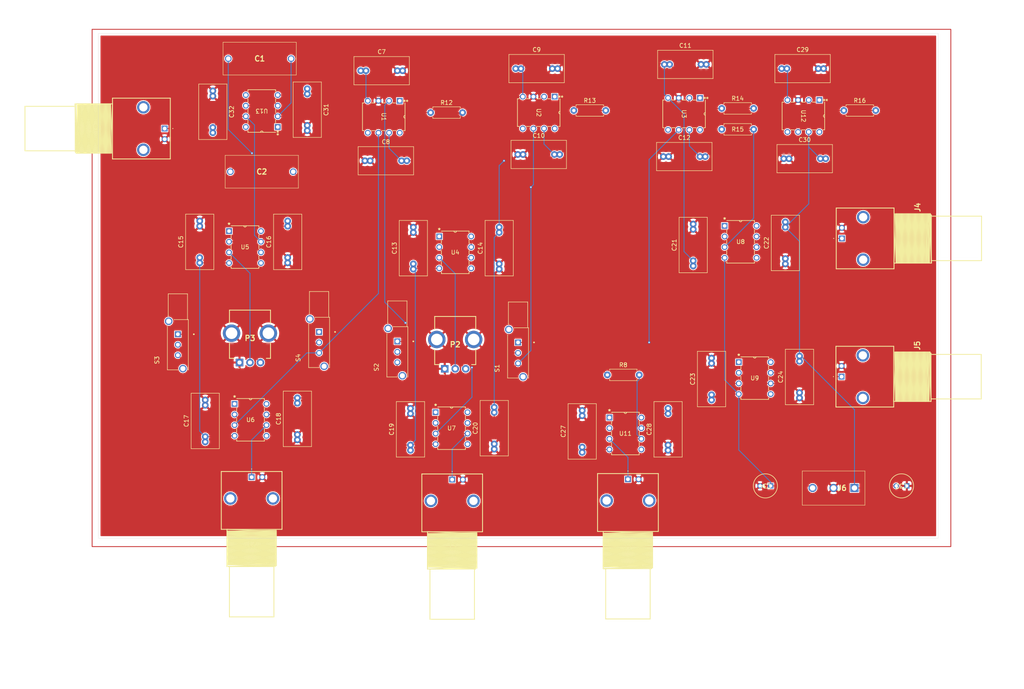
<source format=kicad_pcb>
(kicad_pcb (version 20241229) (generator "pcbnew") (generator_version "9.0")
  (layers (0 "F.Cu" signal) (2 "B.Cu" signal) (13 "F.Paste" user) (15 "B.Paste" user) (5 "F.SilkS" user "F.Silkscreen") (7 "B.SilkS" user "B.Silkscreen") (1 "F.Mask" user) (3 "B.Mask" user) (25 "Edge.Cuts" user))
  (net 0 "")
  (net 1 "Sum")
  (net 2 "V")
  (net 3 "x")
  (net 4 "Net-(U2-IN-)")
  (net 5 "GND")
  (net 6 "-15V")
  (net 7 "+15V")
  (net 10 "Net-(J2-SIGNAL)")
  (net 13 "Net-(J3-SIGNAL)")
  (net 16 "Net-(J4-SIGNAL)")
  (net 19 "Net-(J5-SIGNAL)")
  (net 22 "Net-(J7-SIGNAL)")
  (net 23 "Net-(P2-WIPER)")
  (net 24 "Net-(P2-CW)")
  (net 25 "Net-(P3-WIPER)")
  (net 26 "Net-(P3-CW)")
  (net 27 "VR4")
  (net 29 "Net-(J8-SIGNAL)")
  (net 31 "Net-(U3-IN-)")
  (net 32 "-x")
  (net 33 "Net-(U12-IN-)")
  (net 34 "Net-(U12-OUTPUT)")
  (net 35 "Net-(S1-Pad2)")
  (net 36 "Net-(S3-Pad1)")
  (net 37 "-V")
  (net 48 "Net-(U4-IN-)")
  (net 53 "Net-(U5-IN-)")
  (footprint "Resistor_THT:R_Axial_DIN0207_L6.3mm_D2.5mm_P7.62mm_Horizontal" (layer "F.Cu") (at 189.81 49.38)
    (property "Reference" "R15")
    (property "Value" "10k")
  )
  (footprint "Capacitor_THT:C_Rect_L13.0mm_W6.5mm_P7.50mm_P10.00mm" (layer "F.Cu") (at 176.12 33.88)
    (property "Reference" "C11")
    (property "Value" "0.1uF")
  )
  (footprint "Capacitor_THT:C_Rect_L13.0mm_W6.5mm_P7.50mm_P10.00mm" (layer "F.Cu") (at 205 81.5 90)
    (property "Reference" "C22")
    (property "Value" "0.1uF")
  )
  (footprint "Capacitor_THT:C_Rect_L13.0mm_W6.5mm_P7.50mm_P10.00mm" (layer "F.Cu") (at 177 126 90)
    (property "Reference" "C28")
    (property "Value" "0.1uF")
  )
  (footprint "ECW-FD2W105J:ECWFD2W105J" (layer "F.Cu") (at 87 32.5 180)
    (property "Reference" "C1")
    (property "Value" "1uF" (hide yes))
  )
  (footprint "Capacitor_THT:C_Rect_L13.0mm_W6.5mm_P7.50mm_P10.00mm" (layer "F.Cu") (at 141.12 55.38)
    (property "Reference" "C10")
    (property "Value" "0.1uF")
  )
  (footprint "OPA134:P8" (layer "F.Cu") (at 76.19 41.19 180)
    (property "Reference" "U13")
    (property "Value" "OPA134PA")
  )
  (footprint "OPA134:P8" (layer "F.Cu") (at 129.9925 82.56)
    (property "Reference" "U4")
    (property "Value" "OPA134PA")
  )
  (footprint "Capacitor_THT:C_Rect_L13.0mm_W6.5mm_P7.50mm_P10.00mm" (layer "F.Cu") (at 104.62 56.88)
    (property "Reference" "C8")
    (property "Value" "0.1uF")
  )
  (footprint "Capacitor_THT:C_Rect_L13.0mm_W6.5mm_P7.50mm_P10.00mm" (layer "F.Cu") (at 65.1825 81.25 90)
    (property "Reference" "C15")
    (property "Value" "0.1uF")
  )
  (footprint "Capacitor_THT:C_Rect_L13.0mm_W6.5mm_P7.50mm_P10.00mm" (layer "F.Cu") (at 115.5 126 90)
    (property "Reference" "C19")
    (property "Value" "0.1uF")
  )
  (footprint "031-71052:03171052" (layer "F.Cu") (at 167.42 132.92 180)
    (property "Reference" "J7")
    (property "Value" "031-71052" (hide yes))
  )
  (footprint "Capacitor_THT:C_Rect_L13.0mm_W6.5mm_P7.50mm_P10.00mm" (layer "F.Cu") (at 135.5 125.73 90)
    (property "Reference" "C20")
    (property "Value" "0.1uF")
  )
  (footprint "Capacitor_THT:C_Rect_L13.0mm_W6.5mm_P7.50mm_P10.00mm" (layer "F.Cu") (at 90.86 39.69 -90)
    (property "Reference" "C31")
    (property "Value" "0.1uF")
  )
  (footprint "Capacitor_THT:C_Rect_L13.0mm_W6.5mm_P7.50mm_P10.00mm" (layer "F.Cu") (at 136.6825 82.75 90)
    (property "Reference" "C14")
    (property "Value" "0.1uF")
  )
  (footprint "OPA134:P8" (layer "F.Cu") (at 205.5 50 -90)
    (property "Reference" "U12")
    (property "Value" "OPA134PA")
  )
  (footprint "OPA134:P8" (layer "F.Cu") (at 81.12 122.54)
    (property "Reference" "U6")
    (property "Value" "OPA134PA")
  )
  (footprint "LIB_RK09D113F25C0B504:RK09D113F25C0B504" (layer "F.Cu") (at 123.6825 106.55)
    (property "Reference" "P2")
    (property "Value" "RK09D113F25C0B504" (hide yes))
  )
  (footprint "OPA134:P8" (layer "F.Cu") (at 201.5 112.58)
    (property "Reference" "U9")
    (property "Value" "OPA134PA")
  )
  (footprint "OPA134:P8" (layer "F.Cu") (at 177 49.5 -90)
    (property "Reference" "U3")
    (property "Value" "OPA134PA")
  )
  (footprint "Resistor_THT:R_Axial_DIN0207_L6.3mm_D2.5mm_P7.62mm_Horizontal" (layer "F.Cu") (at 154.5 44.88)
    (property "Reference" "R13")
    (property "Value" "10k")
  )
  (footprint "OPA134:P8" (layer "F.Cu") (at 198.12 80.04)
    (property "Reference" "U8")
    (property "Value" "OPA134PA")
  )
  (footprint "Capacitor_THT:C_Rect_L13.0mm_W6.5mm_P7.50mm_P10.00mm" (layer "F.Cu") (at 116.1825 82.75 90)
    (property "Reference" "C13")
    (property "Value" "0.1uF")
  )
  (footprint "199D106X9016C1V1:CAP_199D-C1_VSS" (layer "F.Cu") (at 232.73 134.5 180)
    (property "Reference" "C33")
    (property "Value" "CAP_199D-C1_VSS")
  )
  (footprint "Capacitor_THT:C_Rect_L13.0mm_W6.5mm_P7.50mm_P10.00mm" (layer "F.Cu") (at 187.38 114 90)
    (property "Reference" "C23")
    (property "Value" "0.1uF")
  )
  (footprint "Capacitor_THT:C_Rect_L13.0mm_W6.5mm_P7.50mm_P10.00mm" (layer "F.Cu") (at 204.12 34.88)
    (property "Reference" "C29")
    (property "Value" "0.1uF")
  )
  (footprint "OPA134:P8" (layer "F.Cu") (at 105.31 50.19 -90)
    (property "Reference" "U1")
    (property "Value" "OPA134PA")
  )
  (footprint "Resistor_THT:R_Axial_DIN0207_L6.3mm_D2.5mm_P7.62mm_Horizontal" (layer "F.Cu") (at 189.81 44.38)
    (property "Reference" "R14")
    (property "Value" "10k")
  )
  (footprint "LC1258EENP:SW_LC1258EENP" (layer "F.Cu") (at 93.6825 100.25 90)
    (property "Reference" "S4")
    (property "Value" "LC1258EENP")
  )
  (footprint "Capacitor_THT:C_Rect_L13.0mm_W6.5mm_P7.50mm_P10.00mm" (layer "F.Cu") (at 103.62 35.38)
    (property "Reference" "C7")
    (property "Value" "0.1uF")
  )
  (footprint "OPA134:P8" (layer "F.Cu") (at 170.62 125.81)
    (property "Reference" "U11")
    (property "Value" "OPA134PA")
  )
  (footprint "031-71052:03171052" (layer "F.Cu") (at 218.5 75.42 -90)
    (property "Reference" "J4")
    (property "Value" "031-71052" (hide yes))
  )
  (footprint "OPA134:P8" (layer "F.Cu") (at 79.8025 81.29)
    (property "Reference" "U5")
    (property "Value" "OPA134PA")
  )
  (footprint "031-71052:03171052" (layer "F.Cu") (at 218.42 108.42 -90)
    (property "Reference" "J5")
    (property "Value" "031-71052" (hide yes))
  )
  (footprint "031-71052:03171052" (layer "F.Cu") (at 125.46 133 180)
    (property "Reference" "J3")
    (property "Value" "031-71052" (hide yes))
  )
  (footprint "Resistor_THT:R_Axial_DIN0207_L6.3mm_D2.5mm_P7.62mm_Horizontal" (layer "F.Cu") (at 218.96 44.88)
    (property "Reference" "R16")
    (property "Value" "10k")
  )
  (footprint "OPA134:P8" (layer "F.Cu") (at 129.12 124.54)
    (property "Reference" "U7")
    (property "Value" "OPA134PA")
  )
  (footprint "Capacitor_THT:C_Rect_L13.0mm_W6.5mm_P7.50mm_P10.00mm" (layer "F.Cu") (at 183 82 90)
    (property "Reference" "C21")
    (property "Value" "0.1uF")
  )
  (footprint "5442183:5442183" (layer "F.Cu") (at 221.5 135 180)
    (property "Reference" "J6")
    (property "Value" "5442183" (hide yes))
  )
  (footprint "Resistor_THT:R_Axial_DIN0207_L6.3mm_D2.5mm_P7.62mm_Horizontal" (layer "F.Cu") (at 120.31 45.38)
    (property "Reference" "R12")
    (property "Value" "1k")
  )
  (footprint "LIB_RK09D113F25C0B504:RK09D113F25C0B504" (layer "F.Cu") (at 74.6825 105.05)
    (property "Reference" "P3")
    (property "Value" "RK09D113F25C0B504" (hide yes))
  )
  (footprint "OPA134:P8" (layer "F.Cu") (at 142.31 49.19 -90)
    (property "Reference" "U2")
    (property "Value" "OPA134PA")
  )
  (footprint "031-71052:03171052" (layer "F.Cu") (at 77.58 132.42 180)
    (property "Reference" "J2")
    (property "Value" "031-71052" (hide yes))
  )
  (footprint "031-71052:03171052" (layer "F.Cu") (at 56.81 49.19 90)
    (property "Reference" "J8")
    (property "Value" "031-71052" (hide yes))
  )
  (footprint "Capacitor_THT:C_Rect_L13.0mm_W6.5mm_P7.50mm_P10.00mm" (layer "F.Cu") (at 156.5 126.5 90)
    (property "Reference" "C27")
    (property "Value" "0.1uF")
  )
  (footprint "Capacitor_THT:C_Rect_L13.0mm_W6.5mm_P7.50mm_P10.00mm" (layer "F.Cu") (at 140.62 34.88)
    (property "Reference" "C9")
    (property "Value" "0.1uF")
  )
  (footprint "Capacitor_THT:C_Rect_L13.0mm_W6.5mm_P7.50mm_P10.00mm" (layer "F.Cu") (at 68.31 40.19 -90)
    (property "Reference" "C32")
    (property "Value" "0.1uF")
  )
  (footprint "Resistor_THT:R_Axial_DIN0207_L6.3mm_D2.5mm_P7.62mm_Horizontal" (layer "F.Cu") (at 162.5 108)
    (property "Reference" "R8")
    (property "Value" "100k")
  )
  (footprint "Capacitor_THT:C_Rect_L13.0mm_W6.5mm_P7.50mm_P10.00mm" (layer "F.Cu") (at 88.5 123.5 90)
    (property "Reference" "C18")
    (property "Value" "0.1uF")
  )
  (footprint "LC1258EENP:SW_LC1258EENP" (layer "F.Cu") (at 59.965 100.8 90)
    (property "Reference" "S3")
    (property "Value" "LC1258EENP")
  )
  (footprint "Capacitor_THT:C_Rect_L13.0mm_W6.5mm_P7.50mm_P10.00mm" (layer "F.Cu") (at 175.87 55.88)
    (property "Reference" "C12")
    (property "Value" "0.1uF")
  )
  (footprint "Capacitor_THT:C_Rect_L13.0mm_W6.5mm_P7.50mm_P10.00mm" (layer "F.Cu") (at 86.1825 81.25 90)
    (property "Reference" "C16")
    (property "Value" "0.1uF")
  )
  (footprint "LC1258EENP:SW_LC1258EENP" (layer "F.Cu") (at 141.1825 102.75 90)
    (property "Reference" "S1")
    (property "Value" "LC1258EENP")
  )
  (footprint "ECW-FD2W105J:ECWFD2W105J" (layer "F.Cu") (at 72.5 59.5)
    (property "Reference" "C2")
    (property "Value" "1uF" (hide yes))
  )
  (footprint "199D106X9016C1V1:CAP_199D-C1_VSS" (layer "F.Cu") (at 200.23 134.5 180)
    (property "Reference" "C34")
    (property "Value" "CAP_199D-C1_VSS")
  )
  (footprint "Capacitor_THT:C_Rect_L13.0mm_W6.5mm_P7.50mm_P10.00mm" (layer "F.Cu") (at 204.62 56.38)
    (property "Reference" "C30")
    (property "Value" "0.1uF")
  )
  (footprint "Capacitor_THT:C_Rect_L13.0mm_W6.5mm_P7.50mm_P10.00mm" (layer "F.Cu") (at 66.5 124 90)
    (property "Reference" "C17")
    (property "Value" "0.1uF")
  )
  (footprint "LC1258EENP:SW_LC1258EENP" (layer "F.Cu") (at 112.365 102.5 90)
    (property "Reference" "S2")
    (property "Value" "LC1258EENP")
  )
  (footprint "Capacitor_THT:C_Rect_L13.0mm_W6.5mm_P7.50mm_P10.00mm" (layer "F.Cu") (at 208.38 113.5 90)
    (property "Reference" "C24")
    (property "Value" "0.1uF")
  )
  (gr_rect (start 39.5 25.5) (end 244.5 149) (stroke (width 0.2)) (fill no) (layer "F.Cu") (net 7))
  (gr_rect (start 41 26.5) (end 241.5 147) (stroke (width 0.05)) (fill no) (layer "Edge.Cuts"))
  (segment (start 106.69 46.27) (end 83.81 46.27) (width 0.2) (layer "F.Cu") (net 1))
  (segment (start 137.7454 101.2557) (end 132.0697 95.58) (width 0.2) (layer "F.Cu") (net 1))
  (segment (start 83.81 46.27) (end 81.27 43.73) (width 0.2) (layer "F.Cu") (net 1))
  (segment (start 162.5 108) (end 155.7557 101.2557) (width 0.2) (layer "F.Cu") (net 1))
  (segment (start 81.27 43.73) (end 76.19 43.73) (width 0.2) (layer "F.Cu") (net 1))
  (segment (start 132.0697 95.58) (end 114.2922 95.58) (width 0.2) (layer "F.Cu") (net 1))
  (segment (start 110.39 42.57) (end 106.69 46.27) (width 0.2) (layer "F.Cu") (net 1))
  (segment (start 155.7557 101.2557) (end 137.7454 101.2557) (width 0.2) (layer "F.Cu") (net 1))
  (via (at 114.2922 95.58) (size 0.6) (drill 0.3) (layers "F.Cu" "B.Cu") (net 1))
  (segment (start 109.3582 43.6018) (end 110.39 42.57) (width 0.2) (layer "B.Cu") (net 1))
  (segment (start 87 32.5) (end 87 43.08) (width 0.2) (layer "B.Cu") (net 1))
  (segment (start 109.3582 90.646) (end 109.3582 43.6018) (width 0.2) (layer "B.Cu") (net 1))
  (segment (start 87 43.08) (end 83.81 46.27) (width 0.2) (layer "B.Cu") (net 1))
  (segment (start 114.2922 95.58) (end 109.3582 90.646) (width 0.2) (layer "B.Cu") (net 1))
  (segment (start 197.43 49.38) (end 196.3283 49.38) (width 0.2) (layer "F.Cu") (net 2))
  (segment (start 126.8283 45.38) (end 123.0121 49.1962) (width 0.2) (layer "F.Cu") (net 2))
  (segment (start 127.93 45.38) (end 126.8283 45.38) (width 0.2) (layer "F.Cu") (net 2))
  (segment (start 196.3283 49.38) (end 195.1487 50.5596) (width 0.2) (layer "F.Cu") (net 2))
  (segment (start 102.9629 55.0771) (end 77.6605 55.0771) (width 0.2) (layer "F.Cu") (net 2))
  (segment (start 123.0121 49.1962) (end 108.8438 49.1962) (width 0.2) (layer "F.Cu") (net 2))
  (segment (start 132.0079 50.5596) (end 126.8283 45.38) (width 0.2) (layer "F.Cu") (net 2))
  (segment (start 195.1487 50.5596) (end 132.0079 50.5596) (width 0.2) (layer "F.Cu") (net 2))
  (segment (start 107.85 50.19) (end 102.9629 55.0771) (width 0.2) (layer "F.Cu") (net 2))
  (segment (start 108.8438 49.1962) (end 107.85 50.19) (width 0.2) (layer "F.Cu") (net 2))
  (via (at 77.6605 55.0771) (size 0.6) (drill 0.3) (layers "F.Cu" "B.Cu") (net 2))
  (segment (start 107.85 88.5825) (end 93.6825 102.75) (width 0.2) (layer "B.Cu") (net 2))
  (segment (start 72 49.4166) (end 72 32.5) (width 0.2) (layer "B.Cu") (net 2))
  (segment (start 73.5 120) (end 90.75 102.75) (width 0.2) (layer "B.Cu") (net 2))
  (segment (start 107.85 50.19) (end 107.85 88.5825) (width 0.2) (layer "B.Cu") (net 2))
  (segment (start 90.75 102.75) (end 93.6825 102.75) (width 0.2) (layer "B.Cu") (net 2))
  (segment (start 77.6605 55.0771) (end 72 49.4166) (width 0.2) (layer "B.Cu") (net 2))
  (segment (start 190.5 77.5) (end 197.43 70.57) (width 0.2) (layer "B.Cu") (net 2))
  (segment (start 197.43 70.57) (end 197.43 49.38) (width 0.2) (layer "B.Cu") (net 2))
  (segment (start 145.9725 110.04) (end 141.1825 105.25) (width 0.2) (layer "F.Cu") (net 3))
  (segment (start 146.04 48) (end 157.8983 48) (width 0.2) (layer "F.Cu") (net 3))
  (segment (start 91.196 63.196) (end 87.5 59.5) (width 0.2) (layer "F.Cu") (net 3))
  (segment (start 193.88 110.04) (end 145.9725 110.04) (width 0.2) (layer "F.Cu") (net 3))
  (segment (start 144.2482 63.196) (end 91.196 63.196) (width 0.2) (layer "F.Cu") (net 3))
  (segment (start 130.1753 106.2377) (end 140.1948 106.2377) (width 0.2) (layer "F.Cu") (net 3))
  (segment (start 157.8983 48) (end 161.0183 44.88) (width 0.2) (layer "F.Cu") (net 3))
  (segment (start 140.1948 106.2377) (end 141.1825 105.25) (width 0.2) (layer "F.Cu") (net 3))
  (segment (start 162.12 44.88) (end 161.0183 44.88) (width 0.2) (layer "F.Cu") (net 3))
  (segment (start 144.85 49.19) (end 146.04 48) (width 0.2) (layer "F.Cu") (net 3))
  (via (at 144.2482 63.196) (size 0.6) (drill 0.3) (layers "F.Cu" "B.Cu") (net 3))
  (via (at 130.1753 106.2377) (size 0.6) (drill 0.3) (layers "F.Cu" "B.Cu") (net 3))
  (segment (start 121.5 122) (end 130.1753 113.3247) (width 0.2) (layer "B.Cu") (net 3))
  (segment (start 144.85 62.5942) (end 144.85 49.19) (width 0.2) (layer "B.Cu") (net 3))
  (segment (start 130.1753 113.3247) (end 130.1753 106.2377) (width 0.2) (layer "B.Cu") (net 3))
  (segment (start 144.2482 102.1843) (end 144.2482 63.196) (width 0.2) (layer "B.Cu") (net 3))
  (segment (start 144.2482 63.196) (end 144.85 62.5942) (width 0.2) (layer "B.Cu") (net 3))
  (segment (start 141.1825 105.25) (end 144.2482 102.1843) (width 0.2) (layer "B.Cu") (net 3))
  (segment (start 120.31 45.38) (end 108.6861 45.38) (width 0.2) (layer "F.Cu") (net 4))
  (segment (start 99.5907 54.4754) (end 77.4114 54.4754) (width 0.2) (layer "F.Cu") (net 4))
  (segment (start 146.116 42.844) (end 122.846 42.844) (width 0.2) (layer "F.Cu") (net 4))
  (segment (start 72.5 59.3868) (end 72.5 59.5) (width 0.2) (layer "F.Cu") (net 4))
  (segment (start 77.4114 54.4754) (end 72.5 59.3868) (width 0.2) (layer "F.Cu") (net 4))
  (segment (start 147.39 41.57) (end 146.116 42.844) (width 0.2) (layer "F.Cu") (net 4))
  (segment (start 122.846 42.844) (end 120.31 45.38) (width 0.2) (layer "F.Cu") (net 4))
  (segment (start 108.6861 45.38) (end 99.5907 54.4754) (width 0.2) (layer "F.Cu") (net 4))
  (segment (start 140.62 34.88) (end 141.87 34.88) (width 0.2) (layer "F.Cu") (net 6))
  (segment (start 201.5 134.5) (end 200.5633 134.5) (width 0.2) (layer "F.Cu") (net 6))
  (segment (start 154.5749 123.3249) (end 122.7151 123.3249) (width 0.2) (layer "F.Cu") (net 6))
  (segment (start 197.7316 131.6683) (end 200.5633 134.5) (width 0.2) (layer "F.Cu") (net 6))
  (segment (start 175.9495 33.7095) (end 176.12 33.88) (width 0.2) (layer "F.Cu") (net 6))
  (segment (start 193.88 112.58) (end 188.8 112.58) (width 0.2) (layer "F.Cu") (net 6))
  (segment (start 72.4851 122.75) (end 72.4851 122.9827) (width 0.2) (layer "F.Cu") (net 6))
  (segment (start 122.3725 82.56) (end 116.3725 82.56) (width 0.2) (layer "F.Cu") (net 6))
  (segment (start 87.21 41.19) (end 104.93 41.19) (width 0.2) (layer "F.Cu") (net 6))
  (segment (start 105.31 41.57) (end 142.31 41.57) (width 0.2) (layer "F.Cu") (net 6))
  (segment (start 74.2524 124.75) (end 115.5 124.75) (width 0.2) (layer "F.Cu") (net 6))
  (segment (start 163 125.81) (end 168.8583 131.6683) (width 0.2) (layer "F.Cu") (net 6))
  (segment (start 90.61 41.19) (end 90.86 40.94) (width 0.2) (layer "F.Cu") (net 6))
  (segment (start 156.5 126.5) (end 157.19 125.81) (width 0.2) (layer "F.Cu") (net 6))
  (segment (start 122.7151 123.3249) (end 121.5 124.54) (width 0.2) (layer "F.Cu") (net 6))
  (segment (start 143.0405 33.7095) (end 175.9495 33.7095) (width 0.2) (layer "F.Cu") (net 6))
  (segment (start 201.5 134.5) (end 211 134.5) (width 0.2) (layer "F.Cu") (net 6))
  (segment (start 121.5 124.54) (end 115.71 124.54) (width 0.2) (layer "F.Cu") (net 6))
  (segment (start 204.12 34.88) (end 205.37 34.88) (width 0.2) (layer "F.Cu") (net 6))
  (segment (start 83.81 41.19) (end 87.21 41.19) (width 0.2) (layer "F.Cu") (net 6))
  (segment (start 157.19 125.81) (end 163 125.81) (width 0.2) (layer "F.Cu") (net 6))
  (segment (start 204.12 34.88) (end 203.9721 35.0279) (width 0.2) (layer "F.Cu") (net 6))
  (segment (start 103.62 35.38) (end 104.87 35.38) (width 0.2) (layer "F.Cu") (net 6))
  (segment (start 87.21 41.19) (end 90.61 41.19) (width 0.2) (layer "F.Cu") (net 6))
  (segment (start 188.8 112.58) (end 187.38 114) (width 0.2) (layer "F.Cu") (net 6))
  (segment (start 65.1825 81.25) (end 72.1425 81.25) (width 0.2) (layer "F.Cu") (net 6))
  (segment (start 72.6951 122.54) (end 72.4851 122.75) (width 0.2) (layer "F.Cu") (net 6))
  (segment (start 141.87 34.88) (end 143.0405 33.7095) (width 0.2) (layer "F.Cu") (net 6))
  (segment (start 211 134.5) (end 211.5 135) (width 0.2) (layer "F.Cu") (net 6))
  (segment (start 72.1425 81.25) (end 72.1825 81.29) (width 0.2) (layer "F.Cu") (net 6))
  (segment (start 203.9721 35.0279) (end 178.5179 35.0279) (width 0.2) (layer "F.Cu") (net 6))
  (segment (start 104.93 41.19) (end 105.31 41.57) (width 0.2) (layer "F.Cu") (net 6))
  (segment (start 156.5 125.25) (end 154.5749 123.3249) (width 0.2) (layer "F.Cu") (net 6))
  (segment (start 190.5 80.04) (end 183.71 80.04) (width 0.2) (layer "F.Cu") (net 6))
  (segment (start 177.37 33.88) (end 176.12 33.88) (width 0.2) (layer "F.Cu") (net 6))
  (segment (start 183.71 80.04) (end 183 80.75) (width 0.2) (layer "F.Cu") (net 6))
  (segment (start 115.71 124.54) (end 115.5 124.75) (width 0.2) (layer "F.Cu") (net 6))
  (segment (start 105.31 41.57) (end 105.31 42.57) (width 0.2) (layer "F.Cu") (net 6))
  (segment (start 72.4851 122.9827) (end 74.2524 124.75) (width 0.2) (layer "F.Cu") (net 6))
  (segment (start 116.3725 82.56) (end 116.1825 82.75) (width 0.2) (layer "F.Cu") (net 6))
  (segment (start 73.5 122.54) (end 72.6951 122.54) (width 0.2) (layer "F.Cu") (net 6))
  (segment (start 178.5179 35.0279) (end 177.37 33.88) (width 0.2) (layer "F.Cu") (net 6))
  (segment (start 66.5 122.75) (end 72.4851 122.75) (width 0.2) (layer "F.Cu") (net 6))
  (segment (start 168.8583 131.6683) (end 197.7316 131.6683) (width 0.2) (layer "F.Cu") (net 6))
  (segment (start 65.1825 80) (end 65.1825 81.25) (width 0.2) (layer "B.Cu") (net 6))
  (segment (start 205.5 42.38) (end 205.5 35.01) (width 0.2) (layer "B.Cu") (net 6))
  (segment (start 90.86 40.94) (end 90.86 39.69) (width 0.2) (layer "B.Cu") (net 6))
  (segment (start 142.31 41.57) (end 142.31 35.32) (width 0.2) (layer "B.Cu") (net 6))
  (segment (start 205.5 35.01) (end 205.37 34.88) (width 0.2) (layer "B.Cu") (net 6))
  (segment (start 156.5 126.5) (end 156.5 125.25) (width 0.2) (layer "B.Cu") (net 6))
  (segment (start 201.5 134.5) (end 201.5 133.5633) (width 0.2) (layer "B.Cu") (net 6))
  (segment (start 187.38 114) (end 187.38 112.75) (width 0.2) (layer "B.Cu") (net 6))
  (segment (start 177 41.88) (end 176.12 41) (width 0.2) (layer "B.Cu") (net 6))
  (segment (start 65.1825 121.4325) (end 66.5 122.75) (width 0.2) (layer "B.Cu") (net 6))
  (segment (start 66.5 124) (end 66.5 122.75) (width 0.2) (layer "B.Cu") (net 6))
  (segment (start 180.8101 45.6901) (end 177 41.88) (width 0.2) (layer "B.Cu") (net 6))
  (segment (start 183 80.75) (end 180.8101 78.5601) (width 0.2) (layer "B.Cu") (net 6))
  (segment (start 116.1825 82.75) (end 116.1825 81.5) (width 0.2) (layer "B.Cu") (net 6))
  (segment (start 105.31 42.57) (end 104.87 42.13) (width 0.2) (layer "B.Cu") (net 6))
  (segment (start 190.5 109.2) (end 193.88 112.58) (width 0.2) (layer "B.Cu") (net 6))
  (segment (start 180.8101 78.5601) (end 180.8101 45.6901) (width 0.2) (layer "B.Cu") (net 6))
  (segment (start 142.31 35.32) (end 141.87 34.88) (width 0.2) (layer "B.Cu") (net 6))
  (segment (start 116.6563 83.2238) (end 116.6563 123.5937) (width 0.2) (layer "B.Cu") (net 6))
  (segment (start 115.5 126) (end 115.5 124.75) (width 0.2) (layer "B.Cu") (net 6))
  (segment (start 176.12 41) (end 176.12 33.88) (width 0.2) (layer "B.Cu") (net 6))
  (segment (start 201.5 133.5633) (end 193.88 125.9433) (width 0.2) (layer "B.Cu") (net 6))
  (segment (start 190.5 80.04) (end 190.5 109.2) (width 0.2) (layer "B.Cu") (net 6))
  (segment (start 193.88 125.9433) (end 193.88 112.58) (width 0.2) (layer "B.Cu") (net 6))
  (segment (start 183 82) (end 183 80.75) (width 0.2) (layer "B.Cu") (net 6))
  (segment (start 65.1825 81.25) (end 65.1825 121.4325) (width 0.2) (layer "B.Cu") (net 6))
  (segment (start 116.1825 82.75) (end 116.6563 83.2238) (width 0.2) (layer "B.Cu") (net 6))
  (segment (start 104.87 42.13) (end 104.87 35.38) (width 0.2) (layer "B.Cu") (net 6))
  (segment (start 116.6563 123.5937) (end 115.5 124.75) (width 0.2) (layer "B.Cu") (net 6))
  (segment (start 133.27 113.5) (end 135.5 115.73) (width 0.2) (layer "F.Cu") (net 7))
  (segment (start 169.1079 119.2179) (end 170.62 120.73) (width 0.2) (layer "F.Cu") (net 7))
  (segment (start 134.4725 76.21) (end 129.9925 76.21) (width 0.2) (layer "F.Cu") (net 7))
  (segment (start 112.365 105) (end 112.2989 105.0661) (width 0.2) (layer "F.Cu") (net 7))
  (segment (start 151.12 55.38) (end 151.7952 54.7048) (width 0.2) (layer "F.Cu") (net 7))
  (segment (start 83.5125 72.5) (end 86.1825 72.5) (width 0.2) (layer "F.Cu") (net 7))
  (segment (start 184.62 55.88) (end 185.87 55.88) (width 0.2) (layer "F.Cu") (net 7))
  (segment (start 198.12 74.96) (end 202.79 74.96) (width 0.2) (layer "F.Cu") (net 7))
  (segment (start 70.98 46.27) (end 68.31 48.94) (width 0.2) (layer "F.Cu") (net 7))
  (segment (start 81.12 117.46) (end 85.79 117.46) (width 0.2) (layer "F.Cu") (net 7))
  (segment (start 112.2989 113.5) (end 88.5 113.5) (width 0.2) (layer "F.Cu") (net 7))
  (segment (start 70.165 113.5) (end 59.965 103.3) (width 0.2) (layer "F.Cu") (net 7))
  (segment (start 202.79 74.96) (end 205 72.75) (width 0.2) (layer "F.Cu") (net 7))
  (segment (start 112.2989 113.5) (end 133.27 113.5) (width 0.2) (layer "F.Cu") (net 7))
  (segment (start 85.79 117.46) (end 88.5 114.75) (width 0.2) (layer "F.Cu") (net 7))
  (segment (start 151.7952 54.7048) (end 183.4448 54.7048) (width 0.2) (layer "F.Cu") (net 7))
  (segment (start 135.5 119.2179) (end 135.5 116.98) (width 0.2) (layer "F.Cu") (net 7))
  (segment (start 112.2989 105.0661) (end 112.2989 113.5) (width 0.2) (layer "F.Cu") (net 7))
  (segment (start 137.829 56.88) (end 148.37 56.88) (width 0.2) (layer "F.Cu") (net 7))
  (segment (start 113.37 56.88) (end 114.62 56.88) (width 0.2) (layer "F.Cu") (net 7))
  (segment (start 201.5 107.5) (end 205.63 107.5) (width 0.2) (layer "F.Cu") (net 7))
  (segment (start 170.62 120.73) (end 174.1 117.25) (width 0.2) (layer "F.Cu") (net 7))
  (segment (start 135.2579 119.46) (end 135.5 119.2179) (width 0.2) (layer "F.Cu") (net 7))
  (segment (start 79.8025 76.21) (end 83.5125 72.5) (width 0.2) (layer "F.Cu") (net 7))
  (segment (start 231.46 134.5) (end 223.2767 134.5) (width 0.2) (layer "F.Cu") (net 7))
  (segment (start 114.62 56.88) (end 137.829 56.88) (width 0.2) (layer "F.Cu") (net 7))
  (segment (start 221.5 135) (end 222.7767 135) (width 0.2) (layer "F.Cu") (net 7))
  (segment (start 185.87 55.88) (end 186.4764 55.2736) (width 0.2) (layer "F.Cu") (net 7))
  (segment (start 129.9925 77.48) (end 129.9925 76.21) (width 0.2) (layer "F.Cu") (net 7))
  (segment (start 88.5 113.5) (end 70.165 113.5) (width 0.2) (layer "F.Cu") (net 7))
  (segment (start 186.4764 55.2736) (end 212.2636 55.2736) (width 0.2) (layer "F.Cu") (net 7))
  (segment (start 89.8925 76.21) (end 86.1825 72.5) (width 0.2) (layer "F.Cu") (net 7))
  (segment (start 213.37 56.38) (end 214.62 56.38) (width 0.2) (layer "F.Cu") (net 7))
  (segment (start 223.2767 134.5) (end 222.7767 135) (width 0.2) (layer "F.Cu") (net 7))
  (segment (start 148.37 56.88) (end 149.87 55.38) (width 0.2) (layer "F.Cu") (net 7))
  (segment (start 149.87 55.38) (end 151.12 55.38) (width 0.2) (layer "F.Cu") (net 7))
  (segment (start 129.9925 76.21) (end 89.8925 76.21) (width 0.2) (layer "F.Cu") (net 7))
  (segment (start 212.2636 55.2736) (end 213.37 56.38) (width 0.2) (layer "F.Cu") (net 7))
  (segment (start 135.5 119.2179) (end 169.1079 119.2179) (width 0.2) (layer "F.Cu") (net 7))
  (segment (start 174.1 117.25) (end 177 117.25) (width 0.2) (layer "F.Cu") (net 7))
  (segment (start 183.4448 54.7048) (end 184.62 55.88) (width 0.2) (layer "F.Cu") (net 7))
  (segment (start 76.19 46.27) (end 70.98 46.27) (width 0.2) (layer "F.Cu") (net 7))
  (segment (start 205.63 107.5) (end 208.38 104.75) (width 0.2) (layer "F.Cu") (net 7))
  (segment (start 136.6825 74) (end 134.4725 76.21) (width 0.2) (layer "F.Cu") (net 7))
  (segment (start 129.12 119.46) (end 135.2579 119.46) (width 0.2) (layer "F.Cu") (net 7))
  (via (at 137.829 56.88) (size 0.6) (drill 0.3) (layers "F.Cu" "B.Cu") (net 7))
  (segment (start 182.08 53.34) (end 184.62 55.88) (width 0.2) (layer "B.Cu") (net 7))
  (segment (start 177 117.25) (end 177 116) (width 0.2) (layer "B.Cu") (net 7))
  (segment (start 221.5 116.3106) (end 208.6894 103.5) (width 0.2) (layer "B.Cu") (net 7))
  (segment (start 78.2622 48.3422) (end 76.19 46.27) (width 0.2) (layer "B.Cu") (net 7))
  (segment (start 88.5 114.75) (end 88.5 113.5) (width 0.2) (layer "B.Cu") (net 7))
  (segment (start 135.5 116.98) (end 135.5 115.73) (width 0.2) (layer "B.Cu") (net 7))
  (segment (start 136.6825 74) (end 135.5 75.1825) (width 0.2) (layer "B.Cu") (net 7))
  (segment (start 136.6825 72.75) (end 136.6825 74) (width 0.2) (layer "B.Cu") (net 7))
  (segment (start 110.39 50.19) (end 110.39 53.9) (width 0.2) (layer "B.Cu") (net 7))
  (segment (start 110.39 53.9) (end 113.37 56.88) (width 0.2) (layer "B.Cu") (net 7))
  (segment (start 208.6894 103.5) (end 208.38 103.5) (width 0.2) (layer "B.Cu") (net 7))
  (segment (start 205 72.75) (end 205 71.5) (width 0.2) (layer "B.Cu") (net 7))
  (segment (start 210.58 53.59) (end 210.58 67.17) (width 0.2) (layer "B.Cu") (net 7))
  (segment (start 182.08 49.5) (end 182.08 53.34) (width 0.2) (layer "B.Cu") (net 7))
  (segment (start 136.6825 72.75) (end 136.6825 58.0265) (width 0.2) (layer "B.Cu") (net 7))
  (segment (start 79.8025 76.21) (end 78.2622 74.6697) (width 0.2) (layer "B.Cu") (net 7))
  (segment (start 135.5 75.1825) (end 135.5 115.73) (width 0.2) (layer "B.Cu") (net 7))
  (segment (start 147.39 49.19) (end 147.39 52.9) (width 0.2) (layer "B.Cu") (net 7))
  (segment (start 210.58 67.17) (end 205 72.75) (width 0.2) (layer "B.Cu") (net 7))
  (segment (start 136.6825 58.0265) (end 137.829 56.88) (width 0.2) (layer "B.Cu") (net 7))
  (segment (start 210.58 53.59) (end 213.37 56.38) (width 0.2) (layer "B.Cu") (net 7))
  (segment (start 208.38 76.13) (end 205 72.75) (width 0.2) (layer "B.Cu") (net 7))
  (segment (start 147.39 52.9) (end 149.87 55.38) (width 0.2) (layer "B.Cu") (net 7))
  (segment (start 78.2622 74.6697) (end 78.2622 48.3422) (width 0.2) (layer "B.Cu") (net 7))
  (segment (start 208.38 103.5) (end 208.38 76.13) (width 0.2) (layer "B.Cu") (net 7))
  (segment (start 68.31 50.19) (end 68.31 48.94) (width 0.2) (layer "B.Cu") (net 7))
  (segment (start 208.38 104.75) (end 208.38 103.5) (width 0.2) (layer "B.Cu") (net 7))
  (segment (start 221.5 135) (end 221.5 116.3106) (width 0.2) (layer "B.Cu") (net 7))
  (segment (start 86.1825 72.5) (end 86.1825 71.25) (width 0.2) (layer "B.Cu") (net 7))
  (segment (start 210.58 50) (end 210.58 53.59) (width 0.2) (layer "B.Cu") (net 7))
  (segment (start 76.04 120) (end 81.12 120) (width 0.2) (layer "F.Cu") (net 10))
  (segment (start 73.5 117.46) (end 76.04 120) (width 0.2) (layer "F.Cu") (net 10))
  (segment (start 77.58 132.42) (end 77.58 123.54) (width 0.2) (layer "B.Cu") (net 10))
  (segment (start 77.58 123.54) (end 81.12 120) (width 0.2) (layer "B.Cu") (net 10))
  (segment (start 124.04 122) (end 129.12 122) (width 0.2) (layer "F.Cu") (net 13))
  (segment (start 121.5 119.46) (end 124.04 122) (width 0.2) (layer "F.Cu") (net 13))
  (segment (start 125.46 133) (end 125.46 125.66) (width 0.2) (layer "B.Cu") (net 13))
  (segment (start 125.46 125.66) (end 129.12 122) (width 0.2) (layer "B.Cu") (net 13))
  (segment (start 218.5 75.42) (end 200.2 75.42) (width 0.2) (layer "F.Cu") (net 16))
  (segment (start 200.2 75.42) (end 198.12 77.5) (width 0.2) (layer "F.Cu") (net 16))
  (segment (start 193.04 77.5) (end 198.12 77.5) (width 0.2) (layer "F.Cu") (net 16))
  (segment (start 190.5 74.96) (end 193.04 77.5) (width 0.2) (layer "F.Cu") (net 16))
  (segment (start 218.42 108.42) (end 217.4183 108.42) (width 0.2) (layer "F.Cu") (net 19))
  (segment (start 215.7983 110.04) (end 201.5 110.04) (width 0.2) (layer "F.Cu") (net 19))
  (segment (start 193.88 107.5) (end 196.42 110.04) (width 0.2) (layer "F.Cu") (net 19))
  (segment (start 196.42 110.04) (end 201.5 110.04) (width 0.2) (layer "F.Cu") (net 19))
  (segment (start 217.4183 108.42) (end 215.7983 110.04) (width 0.2) (layer "F.Cu") (net 19))
  (segment (start 167.42 127.69) (end 163 123.27) (width 0.2) (layer "B.Cu") (net 22))
  (segment (start 167.42 132.92) (end 167.42 127.69) (width 0.2) (layer "B.Cu") (net 22))
  (segment (start 126.1825 83.83) (end 122.3725 80.02) (width 0.2) (layer "B.Cu") (net 23))
  (segment (start 126.1825 106.55) (end 126.1825 83.83) (width 0.2) (layer "B.Cu") (net 23))
  (segment (start 112.365 102.5) (end 114.4079 104.5429) (width 0.2) (layer "F.Cu") (net 24))
  (segment (start 114.4079 104.5429) (end 126.6754 104.5429) (width 0.2) (layer "F.Cu") (net 24))
  (segment (start 126.6754 104.5429) (end 128.6825 106.55) (width 0.2) (layer "F.Cu") (net 24))
  (segment (start 72.1825 78.75) (end 77.1825 83.75) (width 0.2) (layer "B.Cu") (net 25))
  (segment (start 77.1825 83.75) (end 77.1825 105.05) (width 0.2) (layer "B.Cu") (net 25))
  (segment (start 61.4608 102.2958) (end 59.965 100.8) (width 0.2) (layer "F.Cu") (net 26))
  (segment (start 76.9283 102.2958) (end 61.4608 102.2958) (width 0.2) (layer "F.Cu") (net 26))
  (segment (start 79.6825 105.05) (end 76.9283 102.2958) (width 0.2) (layer "F.Cu") (net 26))
  (segment (start 165.54 123.27) (end 170.62 123.27) (width 0.2) (layer "F.Cu") (net 27))
  (segment (start 163 120.73) (end 165.54 123.27) (width 0.2) (layer "F.Cu") (net 27))
  (segment (start 169.6105 109.6112) (end 170.12 109.1017) (width 0.2) (layer "B.Cu") (net 27))
  (segment (start 170.62 123.27) (end 169.6105 122.2605) (width 0.2) (layer "B.Cu") (net 27))
  (segment (start 170.12 108) (end 170.12 109.1017) (width 0.2) (layer "B.Cu") (net 27))
  (segment (start 169.6105 122.2605) (end 169.6105 109.6112) (width 0.2) (layer "B.Cu") (net 27))
  (segment (start 64.3128 42.6889) (end 57.8117 49.19) (width 0.2) (layer "F.Cu") (net 29))
  (segment (start 83.81 43.73) (end 82.7689 42.6889) (width 0.2) (layer "F.Cu") (net 29))
  (segment (start 82.7689 42.6889) (end 64.3128 42.6889) (width 0.2) (layer "F.Cu") (net 29))
  (segment (start 56.81 49.19) (end 57.8117 49.19) (width 0.2) (layer "F.Cu") (net 29))
  (segment (start 196.3283 44.38) (end 194.8158 42.8675) (width 0.2) (layer "F.Cu") (net 31))
  (segment (start 194.8158 42.8675) (end 182.08 42.8675) (width 0.2) (layer "F.Cu") (net 31))
  (segment (start 182.08 42.8675) (end 156.5125 42.8675) (width 0.2) (layer "F.Cu") (net 31))
  (segment (start 156.5125 42.8675) (end 154.5 44.88) (width 0.2) (layer "F.Cu") (net 31))
  (segment (start 182.08 41.88) (end 182.08 42.8675) (width 0.2) (layer "F.Cu") (net 31))
  (segment (start 197.43 44.38) (end 196.3283 44.38) (width 0.2) (layer "F.Cu") (net 31))
  (segment (start 184.66 44.38) (end 189.81 44.38) (width 0.2) (layer "F.Cu") (net 32))
  (segment (start 141.1825 100.25) (end 172.4782 100.25) (width 0.2) (layer "F.Cu") (net 32))
  (segment (start 179.54 49.5) (end 184.66 44.38) (width 0.2) (layer "F.Cu") (net 32))
  (via (at 172.4782 100.25) (size 0.6) (drill 0.3) (layers "F.Cu" "B.Cu") (net 32))
  (segment (start 179.54 49.5) (end 172.4782 56.5618) (width 0.2) (layer "B.Cu") (net 32))
  (segment (start 172.4782 56.5618) (end 172.4782 100.25) (width 0.2) (layer "B.Cu") (net 32))
  (segment (start 192.31 46.88) (end 189.81 49.38) (width 0.2) (layer "F.Cu") (net 33))
  (segment (start 223.9658 43.3675) (end 211.5675 43.3675) (width 0.2) (layer "F.Cu") (net 33))
  (segment (start 206.08 46.88) (end 192.31 46.88) (width 0.2) (layer "F.Cu") (net 33))
  (segment (start 225.4783 44.88) (end 223.9658 43.3675) (width 0.2) (layer "F.Cu") (net 33))
  (segment (start 211.5675 43.3675) (end 210.58 42.38) (width 0.2) (layer "F.Cu") (net 33))
  (segment (start 226.58 44.88) (end 225.4783 44.88) (width 0.2) (layer "F.Cu") (net 33))
  (segment (start 210.58 42.38) (end 206.08 46.88) (width 0.2) (layer "F.Cu") (net 33))
  (segment (start 208.04 50) (end 213.16 44.88) (width 0.2) (layer "F.Cu") (net 34))
  (segment (start 213.16 44.88) (end 218.96 44.88) (width 0.2) (layer "F.Cu") (net 34))
  (segment (start 116.1207 102.75) (end 141.1825 102.75) (width 0.2) (layer "F.Cu") (net 35))
  (segment (start 112.365 100) (end 113.3707 100) (width 0.2) (layer "F.Cu") (net 35))
  (segment (start 113.3707 100) (end 116.1207 102.75) (width 0.2) (layer "F.Cu") (net 35))
  (segment (start 60.9707 98.3) (end 63.1077 100.437) (width 0.2) (layer "F.Cu") (net 36))
  (segment (start 93.4955 100.437) (end 93.6825 100.25) (width 0.2) (layer "F.Cu") (net 36))
  (segment (start 59.965 98.3) (end 60.9707 98.3) (width 0.2) (layer "F.Cu") (net 36))
  (segment (start 63.1077 100.437) (end 93.4955 100.437) (width 0.2) (layer "F.Cu") (net 36))
  (segment (start 122.3725 77.48) (end 124.9125 80.02) (width 0.2) (layer "F.Cu") (net 48))
  (segment (start 124.9125 80.02) (end 129.9925 80.02) (width 0.2) (layer "F.Cu") (net 48))
  (segment (start 77.2625 76.21) (end 72.1825 76.21) (width 0.2) (layer "F.Cu") (net 53))
  (segment (start 79.8025 78.75) (end 77.2625 76.21) (width 0.2) (layer "F.Cu") (net 53))
  (zone (net 5) (net_name "GND") (layer "F.Cu") (connect_pads (clearance 0)) (min_thickness 0.25) (fill yes (thermal_gap 0.5) (thermal_bridge_width 0.5))
    (polygon (pts (xy 20 20) (xy 262 18.5) (xy 256 183) (xy 17.5 183)))
  )
)
</source>
